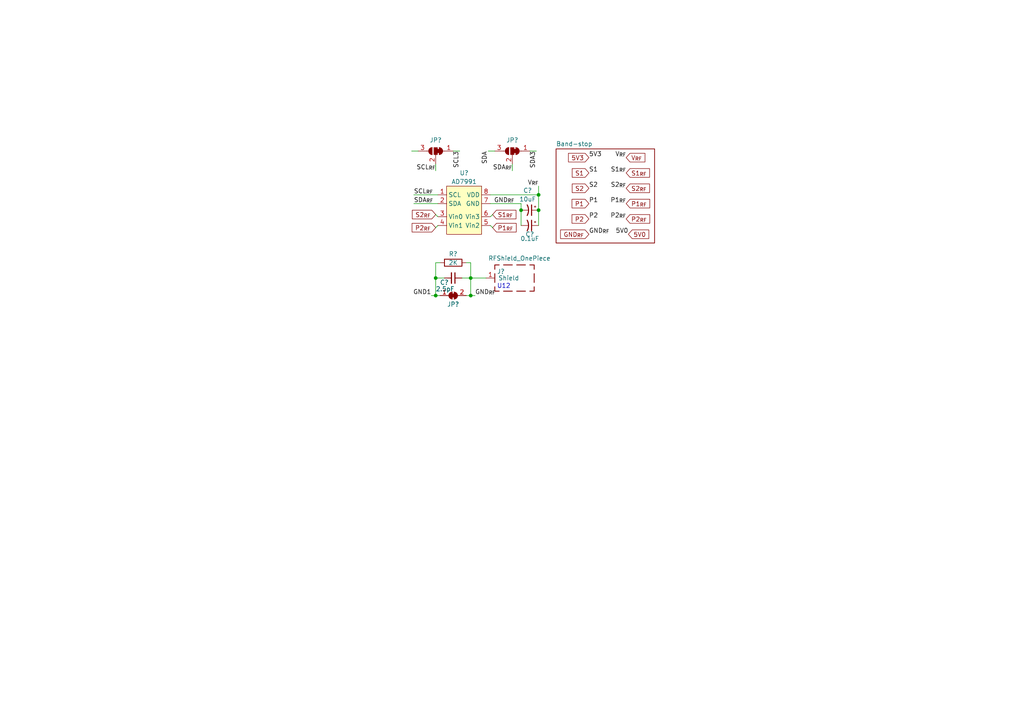
<source format=kicad_sch>
(kicad_sch (version 20211123) (generator eeschema)
  (paper "A4")
  (lib_symbols
    (symbol "Device:C_Polarized_Small_US" (pin_numbers hide) (pin_names (offset 0.254) hide)
      (property "Reference" "C" (at 0.254 1.778 0))
      (property "Value" "C_Polarized_Small_US" (at 0.254 -2.032 0))
      (symbol "C_Polarized_Small_US_0_1"
        (polyline (pts (xy -1.524 0.508) (xy 1.524 0.508)) (stroke (width 0.3048)))
        (polyline (pts (xy -1.27 1.524) (xy -0.762 1.524)))
        (polyline (pts (xy -1.016 1.27) (xy -1.016 1.778)))
        (arc (start 1.524 -0.762) (mid 0 -0.3734) (end -1.524 -0.762) (stroke (width 0.3048)))
      )
      (symbol "C_Polarized_Small_US_1_1"
        (pin passive line (at 0 2.54 270) (length 2.032) (name "~") (number "1"))
        (pin passive line (at 0 -2.54 90) (length 2.032) (name "~") (number "2"))
      )
    )
    (symbol "Device:C_Small" (pin_numbers hide) (pin_names (offset 0.254) hide)
      (property "Reference" "C" (at 0.254 1.778 0))
      (property "Value" "C_Small" (at 0.254 -2.032 0))
      (symbol "C_Small_0_1"
        (polyline (pts (xy -1.524 -0.508) (xy 1.524 -0.508)) (stroke (width 0.3302)))
        (polyline (pts (xy -1.524 0.508) (xy 1.524 0.508)) (stroke (width 0.3048)))
      )
      (symbol "C_Small_1_1"
        (pin passive line (at 0 2.54 270) (length 2.032) (name "~") (number "1"))
        (pin passive line (at 0 -2.54 90) (length 2.032) (name "~") (number "2"))
      )
    )
    (symbol "Device:R" (pin_numbers hide) (pin_names (offset 0))
      (property "Reference" "R" (at 2.032 0 90))
      (property "Value" "R" (at 0 0 90))
      (symbol "R_0_1"
        (rectangle (start -1.016 -2.54) (end 1.016 2.54) (stroke (width 0.254)))
      )
      (symbol "R_1_1"
        (pin passive line (at 0 3.81 270) (length 1.27) (name "~") (number "1"))
        (pin passive line (at 0 -3.81 90) (length 1.27) (name "~") (number "2"))
      )
    )
    (symbol "Device:RFShield_OnePiece" (pin_names (offset 1.016))
      (property "Reference" "J5" (at -6.985 1.905 90))
      (property "Value" "RFShield_OnePiece" (at -9.525 5.08 90))
      (symbol "RFShield_OnePiece_0_1"
        (polyline (pts (xy -3.81 -5.08) (xy -3.81 -2.54)) (stroke (width 0.254)))
        (polyline (pts (xy -3.81 -1.27) (xy -3.81 1.27)) (stroke (width 0.254)))
        (polyline (pts (xy -1.27 -7.62) (xy 1.27 -7.62)) (stroke (width 0.254)))
        (polyline (pts (xy 1.27 3.81) (xy -1.27 3.81)) (stroke (width 0.254)))
        (polyline (pts (xy 3.81 -5.08) (xy 3.81 -2.54)) (stroke (width 0.254)))
        (polyline (pts (xy 3.81 -1.27) (xy 3.81 1.27)) (stroke (width 0.254)))
        (polyline (pts (xy -3.81 2.54) (xy -3.81 3.81) (xy -2.54 3.81)) (stroke (width 0.254)))
        (polyline (pts (xy -2.54 -7.62) (xy -3.81 -7.62) (xy -3.81 -6.35)) (stroke (width 0.254)))
        (polyline (pts (xy 2.54 -7.62) (xy 3.81 -7.62) (xy 3.81 -6.35)) (stroke (width 0.254)))
        (polyline (pts (xy 3.81 2.54) (xy 3.81 3.81) (xy 2.54 3.81)) (stroke (width 0.254)))
      )
      (symbol "RFShield_OnePiece_1_1"
        (pin passive line (at 0 -10.16 90) (length 2.54) (name "Shield") (number "1"))
      )
    )
    (symbol "Gardenuino_Custom:AD799x"
      (property "Reference" "U" (at 0 0 0))
      (property "Value" "AD799x" (at 0 -2.54 0))
      (symbol "AD799x_0_1"
        (rectangle (start -5.08 -3.81) (end 5.08 -17.78) (fill (type background)))
      )
      (symbol "AD799x_1_1"
        (pin bidirectional line (at -7.62 -6.35 0) (length 2.54) (name "SCL") (number "1"))
        (pin bidirectional line (at -7.62 -8.89 0) (length 2.54) (name "SDA") (number "2"))
        (pin input line (at -7.62 -12.7 0) (length 2.54) (name "Vin0") (number "3"))
        (pin input line (at -7.62 -15.24 0) (length 2.54) (name "Vin1") (number "4"))
        (pin input line (at 7.62 -15.24 180) (length 2.54) (name "Vin2") (number "5"))
        (pin input line (at 7.62 -12.7 180) (length 2.54) (name "Vin3") (number "6"))
        (pin power_in line (at 7.62 -8.89 180) (length 2.54) (name "GND") (number "7"))
        (pin power_in line (at 7.62 -6.35 180) (length 2.54) (name "VDD") (number "8"))
      )
    )
    (symbol "Jumper:SolderJumper_2_Bridged" (pin_names (offset 0) hide)
      (property "Reference" "JP" (at 0 2.032 0))
      (property "Value" "SolderJumper_2_Bridged" (at 0 -2.54 0))
      (symbol "SolderJumper_2_Bridged_0_1"
        (rectangle (start -0.508 0.508) (end 0.508 -0.508) (fill (type outline)))
        (arc (start -0.254 1.016) (mid -1.27 0) (end -0.254 -1.016))
        (arc (start -0.254 1.016) (mid -1.27 0) (end -0.254 -1.016) (fill (type outline)))
        (polyline (pts (xy -0.254 1.016) (xy -0.254 -1.016)))
        (polyline (pts (xy 0.254 1.016) (xy 0.254 -1.016)))
        (arc (start 0.254 -1.016) (mid 1.27 0) (end 0.254 1.016))
        (arc (start 0.254 -1.016) (mid 1.27 0) (end 0.254 1.016) (fill (type outline)))
      )
      (symbol "SolderJumper_2_Bridged_1_1"
        (pin passive line (at -3.81 0 0) (length 2.54) (name "A") (number "1"))
        (pin passive line (at 3.81 0 180) (length 2.54) (name "B") (number "2"))
      )
    )
    (symbol "Jumper:SolderJumper_3_Bridged12" (pin_names (offset 0) hide)
      (property "Reference" "JP" (at -2.54 -2.54 0))
      (property "Value" "SolderJumper_3_Bridged12" (at 0 2.794 0))
      (symbol "SolderJumper_3_Bridged12_0_1"
        (rectangle (start -1.016 0.508) (end -0.508 -0.508) (fill (type outline)))
        (arc (start -1.016 1.016) (mid -2.032 0) (end -1.016 -1.016))
        (arc (start -1.016 1.016) (mid -2.032 0) (end -1.016 -1.016) (fill (type outline)))
        (rectangle (start -0.508 1.016) (end 0.508 -1.016) (fill (type outline)))
        (polyline (pts (xy -2.54 0) (xy -2.032 0)))
        (polyline (pts (xy -1.016 1.016) (xy -1.016 -1.016)))
        (polyline (pts (xy 0 -1.27) (xy 0 -1.016)))
        (polyline (pts (xy 1.016 1.016) (xy 1.016 -1.016)))
        (polyline (pts (xy 2.54 0) (xy 2.032 0)))
        (arc (start 1.016 -1.016) (mid 2.032 0) (end 1.016 1.016))
        (arc (start 1.016 -1.016) (mid 2.032 0) (end 1.016 1.016) (fill (type outline)))
      )
      (symbol "SolderJumper_3_Bridged12_1_1"
        (pin passive line (at -5.08 0 0) (length 2.54) (name "A") (number "1"))
        (pin passive line (at 0 -3.81 90) (length 2.54) (name "C") (number "2"))
        (pin passive line (at 5.08 0 180) (length 2.54) (name "B") (number "3"))
      )
    )
  )
  (junction (at 151.13 60.96))
  (junction (at 156.21 60.96))
  (junction (at 126.365 85.725))
  (junction (at 126.365 80.645))
  (junction (at 136.525 85.725))
  (junction (at 136.525 80.645))
  (junction (at 156.21 56.515))
  (wire (pts (xy 151.13 59.055) (xy 151.13 60.96)))
  (wire (pts (xy 141.605 43.815) (xy 143.51 43.815)))
  (wire (pts (xy 126.365 85.725) (xy 126.365 80.645)))
  (wire (pts (xy 136.525 76.2) (xy 136.525 80.645)))
  (wire (pts (xy 135.255 76.2) (xy 136.525 76.2)))
  (wire (pts (xy 133.985 80.645) (xy 136.525 80.645)))
  (wire (pts (xy 126.365 62.23) (xy 127 62.865)))
  (wire (pts (xy 119.38 43.815) (xy 121.285 43.815)))
  (wire (pts (xy 136.525 80.645) (xy 140.97 80.645)))
  (wire (pts (xy 120.015 59.055) (xy 127 59.055)))
  (wire (pts (xy 156.21 53.975) (xy 156.21 56.515)))
  (wire (pts (xy 142.24 65.405) (xy 142.875 66.04)))
  (wire (pts (xy 126.365 85.725) (xy 127.635 85.725)))
  (wire (pts (xy 142.24 56.515) (xy 156.21 56.515)))
  (wire (pts (xy 126.365 66.04) (xy 127 65.405)))
  (wire (pts (xy 135.255 85.725) (xy 136.525 85.725)))
  (wire (pts (xy 142.24 59.055) (xy 151.13 59.055)))
  (wire (pts (xy 126.365 76.2) (xy 126.365 80.645)))
  (wire (pts (xy 126.365 49.53) (xy 126.365 47.625)))
  (wire (pts (xy 136.525 85.725) (xy 137.795 85.725)))
  (wire (pts (xy 142.24 62.865) (xy 142.875 62.23)))
  (wire (pts (xy 136.525 80.645) (xy 136.525 85.725)))
  (wire (pts (xy 127.635 76.2) (xy 126.365 76.2)))
  (wire (pts (xy 120.015 56.515) (xy 127 56.515)))
  (wire (pts (xy 156.21 56.515) (xy 156.21 60.96)))
  (wire (pts (xy 156.21 60.96) (xy 156.21 65.405)))
  (wire (pts (xy 128.905 80.645) (xy 126.365 80.645)))
  (wire (pts (xy 133.35 43.815) (xy 131.445 43.815)))
  (wire (pts (xy 148.59 49.53) (xy 148.59 47.625)))
  (wire (pts (xy 151.13 60.96) (xy 151.13 65.405)))
  (wire (pts (xy 125.095 85.725) (xy 126.365 85.725)))
  (wire (pts (xy 155.575 43.815) (xy 153.67 43.815)))
  (text "\nU12" (at 144.145 83.82 0) (effects (font (size 1.27 1.27)) (justify left bottom)))
  (label "GND1" (at 125.095 85.725 180))
  (label "SDA" (at 141.605 43.815 270))
  (label "P1_{RF}" (at 181.61 59.055 180))
  (label "SCL3" (at 133.35 43.815 270))
  (label "S1_{RF}" (at 181.61 50.165 180))
  (label "SCL_{RF}" (at 120.015 56.515 0))
  (label "5V0" (at 182.245 67.945 180))
  (label "GND_{RF}" (at 137.795 85.725 0))
  (label "V_{RF}" (at 181.61 45.72 180))
  (label "P2_{RF}" (at 181.61 63.5 180))
  (label "GND_{RF}" (at 170.815 67.945 0))
  (label "5V3" (at 170.815 45.72 0))
  (label "P2" (at 170.815 63.5 0))
  (label "SDA3" (at 155.575 43.815 270))
  (label "S2" (at 170.815 54.61 0))
  (label "P1" (at 170.815 59.055 0))
  (label "SDA_{RF}" (at 120.015 59.055 0))
  (label "S1" (at 170.815 50.165 0))
  (label "SCL_{RF}" (at 126.365 49.53 180))
  (label "S2_{RF}" (at 181.61 54.61 180))
  (label "V_{RF}" (at 156.21 53.975 180))
  (label "SDA_{RF}" (at 148.59 49.53 180))
  (label "GND_{RF}" (at 149.225 59.055 180))
  (global_label "5V3" (shape input) (at 170.815 45.72 180) (property "Intersheet References" "${INTERSHEET_REFS}" (effects hide)))
  (global_label "S2" (shape input) (at 170.815 54.61 180) (property "Intersheet References" "${INTERSHEET_REFS}" (effects hide)))
  (global_label "S1_{RF}" (shape input) (at 181.61 50.165 0) (property "Intersheet References" "${INTERSHEET_REFS}" (effects hide)))
  (global_label "P2_{RF}" (shape input) (at 181.61 63.5 0) (property "Intersheet References" "${INTERSHEET_REFS}" (effects hide)))
  (global_label "5V0" (shape input) (at 182.245 67.945 0) (property "Intersheet References" "${INTERSHEET_REFS}" (effects hide)))
  (global_label "P1_{RF}" (shape input) (at 181.61 59.055 0) (property "Intersheet References" "${INTERSHEET_REFS}" (effects hide)))
  (global_label "GND_{RF}" (shape input) (at 170.815 67.945 180) (property "Intersheet References" "${INTERSHEET_REFS}" (effects hide)))
  (global_label "P2_{RF}" (shape input) (at 126.365 66.04 180) (property "Intersheet References" "${INTERSHEET_REFS}" (effects hide)))
  (global_label "P2" (shape input) (at 170.815 63.5 180) (property "Intersheet References" "${INTERSHEET_REFS}" (effects hide)))
  (global_label "S1" (shape input) (at 170.815 50.165 180) (property "Intersheet References" "${INTERSHEET_REFS}" (effects hide)))
  (global_label "P1" (shape input) (at 170.815 59.055 180) (property "Intersheet References" "${INTERSHEET_REFS}" (effects hide)))
  (global_label "S1_{RF}" (shape input) (at 142.875 62.23 0) (property "Intersheet References" "${INTERSHEET_REFS}" (effects hide)))
  (global_label "S2_{RF}" (shape input) (at 126.365 62.23 180) (property "Intersheet References" "${INTERSHEET_REFS}" (effects hide)))
  (global_label "P1_{RF}" (shape input) (at 142.875 66.04 0) (property "Intersheet References" "${INTERSHEET_REFS}" (effects hide)))
  (global_label "V_{RF}" (shape input) (at 181.61 45.72 0) (property "Intersheet References" "${INTERSHEET_REFS}" (effects hide)))
  (global_label "S2_{RF}" (shape input) (at 181.61 54.61 0) (property "Intersheet References" "${INTERSHEET_REFS}" (effects hide)))
  (symbol (lib_id "Jumper:SolderJumper_3_Bridged12") (at 126.365 43.815 0) (mirror y) (unit 1)
    (property "Reference" "JP?" (at 126.365 40.64 0))
    (property "Value" "SolderJumper_3_Bridged12" (effects hide))
    (property "Footprint" "Jumper:SolderJumper-3_P1.3mm_Bridged2Bar12_RoundedPad1.0x1.5mm" (effects hide))
  )
  (symbol (lib_id "Jumper:SolderJumper_3_Bridged12") (at 148.59 43.815 0) (mirror y) (unit 1)
    (property "Reference" "JP?" (at 148.59 40.64 0))
    (property "Value" "SolderJumper_3_Bridged12" (effects hide))
    (property "Footprint" "Jumper:SolderJumper-3_P1.3mm_Bridged2Bar12_RoundedPad1.0x1.5mm" (effects hide))
  )
  (symbol (lib_id "Device:C_Polarized_Small_US") (at 153.67 65.405 270) (unit 1)
    (property "Reference" "C?" (at 153.67 67.945 90))
    (property "Value" "0.1uF" (at 153.67 69.215 90))
    (property "Footprint" "Capacitor_SMD:C_0603_1608Metric" (effects hide))
    (property "Datasheet" "https://www.vishay.com/docs/40179/tmcp.pdf" (effects hide))
  )
  (symbol (lib_id "Jumper:SolderJumper_2_Bridged") (at 131.445 85.725 0) (mirror x) (unit 1)
    (property "Reference" "JP?" (at 131.445 88.265 0))
    (property "Value" "SolderJumper_2_Bridged" (effects hide))
    (property "Footprint" "Jumper:SolderJumper-2_P1.3mm_Bridged2Bar_RoundedPad1.0x1.5mm" (effects hide))
  )
  (symbol (lib_id "Device:C_Polarized_Small_US") (at 153.67 60.96 270) (unit 1)
    (property "Reference" "C?" (at 153.035 55.245 90))
    (property "Value" "10uF" (at 153.035 57.785 90))
    (property "Footprint" "Capacitor_SMD:C_0805_2012Metric" (effects hide))
    (property "Datasheet" "https://datasheets.kyocera-avx.com/F38.pdf" (effects hide))
    (property "Part Number" "F381A106MMAAH1" (effects hide))
  )
  (symbol (lib_id "Device:R") (at 131.445 76.2 270) (unit 1)
    (property "Reference" "R?" (at 131.445 73.66 90))
    (property "Value" "2K" (at 131.445 76.2 90))
    (property "Footprint" "Capacitor_SMD:C_0805_2012Metric" (effects hide))
  )
  (symbol (lib_id "Gardenuino_Custom:AD799x") (at 134.62 50.165 0) (unit 1)
    (property "Reference" "U?" (at 134.62 50.165 0))
    (property "Value" "AD7991" (at 134.62 52.705 0))
    (property "Footprint" "Package_TO_SOT_SMD:SOT-23-8" (effects hide))
    (property "Datasheet" "https://www.analog.com/media/en/technical-documentation/data-sheets/AD7991_7995_7999.pdf" (effects hide))
  )
  (symbol (lib_id "Device:C_Small") (at 131.445 80.645 270) (mirror x) (unit 1)
    (property "Reference" "C?" (at 130.175 81.915 90) (effects (justify right)))
    (property "Value" "2.5pF" (at 126.365 83.82 90) (effects (justify left)))
    (property "Footprint" "Capacitor_SMD:C_0805_2012Metric" (effects hide))
  )
  (symbol (lib_id "Device:RFShield_OnePiece") (at 151.13 80.645 270) (unit 1)
    (property "Reference" "J?" (at 144.145 78.74 90) (effects (justify left)))
    (property "Value" "RFShield_OnePiece" (at 141.605 74.93 90) (effects (justify left)))
    (property "Footprint" "RF_Shielding:Laird_Technologies_BMI-S-101_13.66x12.70mm" (effects hide))
  )
  (sheet (at 161.29 43.18) (size 28.575 27.305) (stroke (width 0.1524))
    (property "Sheet name" "Band-stop" (at 161.29 42.4684 0) (effects (justify left bottom)))
    (property "Sheet file" "Band-stop.kicad_sch" (effects hide))
  )
)
</source>
